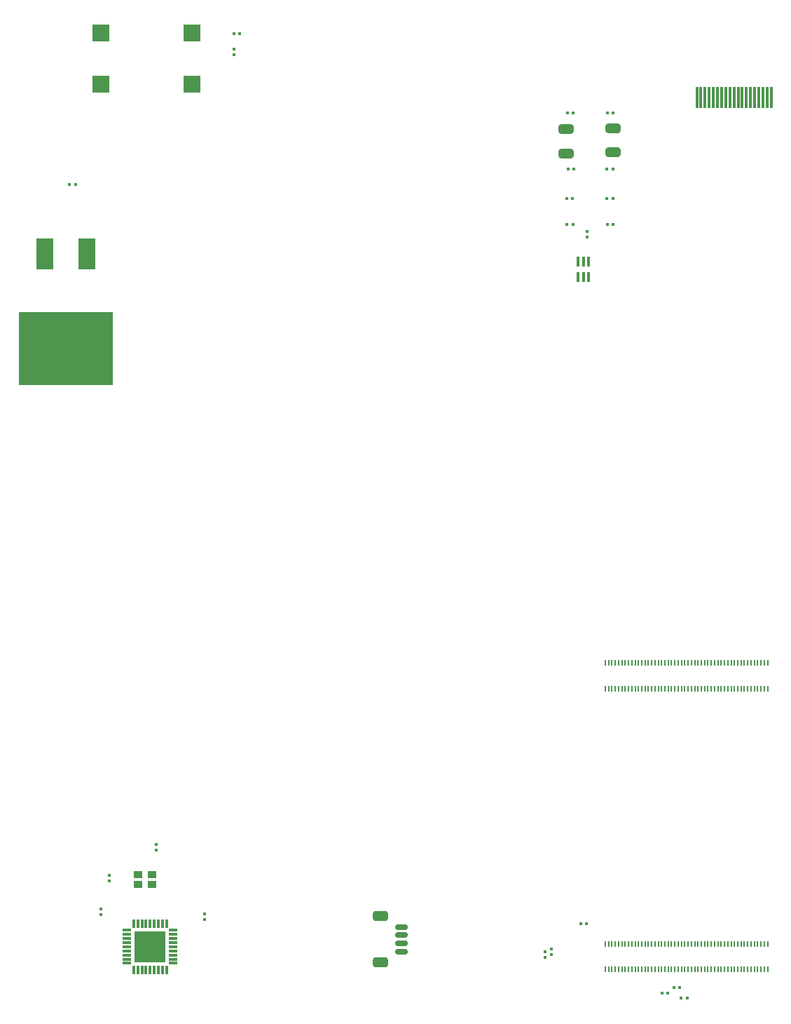
<source format=gbr>
%TF.GenerationSoftware,KiCad,Pcbnew,8.0.8*%
%TF.CreationDate,2025-11-24T21:21:31+01:00*%
%TF.ProjectId,RetroConsoleMk3.1,52657472-6f43-46f6-9e73-6f6c654d6b33,rev?*%
%TF.SameCoordinates,PX237a085PY9f06730*%
%TF.FileFunction,Paste,Top*%
%TF.FilePolarity,Positive*%
%FSLAX46Y46*%
G04 Gerber Fmt 4.6, Leading zero omitted, Abs format (unit mm)*
G04 Created by KiCad (PCBNEW 8.0.8) date 2025-11-24 21:21:31*
%MOMM*%
%LPD*%
G01*
G04 APERTURE LIST*
G04 Aperture macros list*
%AMRoundRect*
0 Rectangle with rounded corners*
0 $1 Rounding radius*
0 $2 $3 $4 $5 $6 $7 $8 $9 X,Y pos of 4 corners*
0 Add a 4 corners polygon primitive as box body*
4,1,4,$2,$3,$4,$5,$6,$7,$8,$9,$2,$3,0*
0 Add four circle primitives for the rounded corners*
1,1,$1+$1,$2,$3*
1,1,$1+$1,$4,$5*
1,1,$1+$1,$6,$7*
1,1,$1+$1,$8,$9*
0 Add four rect primitives between the rounded corners*
20,1,$1+$1,$2,$3,$4,$5,0*
20,1,$1+$1,$4,$5,$6,$7,0*
20,1,$1+$1,$6,$7,$8,$9,0*
20,1,$1+$1,$8,$9,$2,$3,0*%
G04 Aperture macros list end*
%ADD10RoundRect,0.079500X-0.100500X0.079500X-0.100500X-0.079500X0.100500X-0.079500X0.100500X0.079500X0*%
%ADD11RoundRect,0.079500X0.100500X-0.079500X0.100500X0.079500X-0.100500X0.079500X-0.100500X-0.079500X0*%
%ADD12RoundRect,0.250000X-0.650000X0.325000X-0.650000X-0.325000X0.650000X-0.325000X0.650000X0.325000X0*%
%ADD13R,2.000000X2.000000*%
%ADD14RoundRect,0.079500X0.079500X0.100500X-0.079500X0.100500X-0.079500X-0.100500X0.079500X-0.100500X0*%
%ADD15RoundRect,0.079500X-0.079500X-0.100500X0.079500X-0.100500X0.079500X0.100500X-0.079500X0.100500X0*%
%ADD16R,1.000000X0.900000*%
%ADD17R,0.400000X1.200000*%
%ADD18R,0.200000X0.700000*%
%ADD19R,0.300000X2.600000*%
%ADD20R,2.080000X3.810000*%
%ADD21R,11.430000X8.890000*%
%ADD22RoundRect,0.150000X0.625000X-0.150000X0.625000X0.150000X-0.625000X0.150000X-0.625000X-0.150000X0*%
%ADD23RoundRect,0.250000X0.650000X-0.350000X0.650000X0.350000X-0.650000X0.350000X-0.650000X-0.350000X0*%
%ADD24R,1.100000X0.300000*%
%ADD25R,0.300000X1.100000*%
%ADD26R,3.800000X3.800000*%
G04 APERTURE END LIST*
D10*
%TO.C,R13*%
X73449995Y19145000D03*
X73449995Y18455000D03*
%TD*%
D11*
%TO.C,C3*%
X78549995Y105405000D03*
X78549995Y106095000D03*
%TD*%
D12*
%TO.C,C7*%
X81699995Y118575000D03*
X81699995Y115625000D03*
%TD*%
D13*
%TO.C,J8*%
X19799995Y130100000D03*
X19799995Y123900000D03*
X30799995Y130100000D03*
X30799995Y123900000D03*
%TD*%
D14*
%TO.C,R7*%
X81674995Y106945000D03*
X80984995Y106945000D03*
%TD*%
D15*
%TO.C,R12*%
X87609995Y14150000D03*
X88299995Y14150000D03*
%TD*%
D16*
%TO.C,Y1*%
X25949995Y28476000D03*
X24299995Y28476000D03*
X24299995Y27250000D03*
X25949995Y27250000D03*
%TD*%
D10*
%TO.C,R1*%
X35849995Y128145000D03*
X35849995Y127455000D03*
%TD*%
D15*
%TO.C,R5*%
X76249995Y113600000D03*
X76939995Y113600000D03*
%TD*%
D17*
%TO.C,IC2*%
X77449995Y100600000D03*
X78099995Y100600000D03*
X78749995Y100600000D03*
X78749995Y102500000D03*
X78099995Y102500000D03*
X77449995Y102500000D03*
%TD*%
D15*
%TO.C,R6*%
X76184995Y120400000D03*
X76874995Y120400000D03*
%TD*%
D18*
%TO.C,Module1*%
X80749995Y17000000D03*
X80749995Y20080000D03*
X81149995Y17000000D03*
X81149995Y20080000D03*
X81549995Y17000000D03*
X81549995Y20080000D03*
X81949995Y17000000D03*
X81949995Y20080000D03*
X82349995Y17000000D03*
X82349995Y20080000D03*
X82749995Y17000000D03*
X82749995Y20080000D03*
X83149995Y17000000D03*
X83149995Y20080000D03*
X83549995Y17000000D03*
X83549995Y20080000D03*
X83949995Y17000000D03*
X83949995Y20080000D03*
X84349995Y17000000D03*
X84349995Y20080000D03*
X84749995Y17000000D03*
X84749995Y20080000D03*
X85149995Y17000000D03*
X85149995Y20080000D03*
X85549995Y17000000D03*
X85549995Y20080000D03*
X85949995Y17000000D03*
X85949995Y20080000D03*
X86349995Y17000000D03*
X86349995Y20080000D03*
X86749995Y17000000D03*
X86749995Y20080000D03*
X87149995Y17000000D03*
X87149995Y20080000D03*
X87549995Y17000000D03*
X87549995Y20080000D03*
X87949995Y17000000D03*
X87949995Y20080000D03*
X88349995Y17000000D03*
X88349995Y20080000D03*
X88749995Y17000000D03*
X88749995Y20080000D03*
X89149995Y17000000D03*
X89149995Y20080000D03*
X89549995Y17000000D03*
X89549995Y20080000D03*
X89949995Y17000000D03*
X89949995Y20080000D03*
X90349995Y17000000D03*
X90349995Y20080000D03*
X90749995Y17000000D03*
X90749995Y20080000D03*
X91149995Y17000000D03*
X91149995Y20080000D03*
X91549995Y17000000D03*
X91549995Y20080000D03*
X91949995Y17000000D03*
X91949995Y20080000D03*
X92349995Y17000000D03*
X92349995Y20080000D03*
X92749995Y17000000D03*
X92749995Y20080000D03*
X93149995Y17000000D03*
X93149995Y20080000D03*
X93549995Y17000000D03*
X93549995Y20080000D03*
X93949995Y17000000D03*
X93949995Y20080000D03*
X94349995Y17000000D03*
X94349995Y20080000D03*
X94749995Y17000000D03*
X94749995Y20080000D03*
X95149995Y17000000D03*
X95149995Y20080000D03*
X95549995Y17000000D03*
X95549995Y20080000D03*
X95949995Y17000000D03*
X95949995Y20080000D03*
X96349995Y17000000D03*
X96349995Y20080000D03*
X96749995Y17000000D03*
X96749995Y20080000D03*
X97149995Y17000000D03*
X97149995Y20080000D03*
X97549995Y17000000D03*
X97549995Y20080000D03*
X97949995Y17000000D03*
X97949995Y20080000D03*
X98349995Y17000000D03*
X98349995Y20080000D03*
X98749995Y17000000D03*
X98749995Y20080000D03*
X99149995Y17000000D03*
X99149995Y20080000D03*
X99549995Y17000000D03*
X99549995Y20080000D03*
X99949995Y17000000D03*
X99949995Y20080000D03*
X100349995Y17000000D03*
X100349995Y20080000D03*
X80749995Y50920000D03*
X80749995Y54000000D03*
X81149995Y50920000D03*
X81149995Y54000000D03*
X81549995Y50920000D03*
X81549995Y54000000D03*
X81949995Y50920000D03*
X81949995Y54000000D03*
X82349995Y50920000D03*
X82349995Y54000000D03*
X82749995Y50920000D03*
X82749995Y54000000D03*
X83149995Y50920000D03*
X83149995Y54000000D03*
X83549995Y50920000D03*
X83549995Y54000000D03*
X83949995Y50920000D03*
X83949995Y54000000D03*
X84349995Y50920000D03*
X84349995Y54000000D03*
X84749995Y50920000D03*
X84749995Y54000000D03*
X85149995Y50920000D03*
X85149995Y54000000D03*
X85549995Y50920000D03*
X85549995Y54000000D03*
X85949995Y50920000D03*
X85949995Y54000000D03*
X86349995Y50920000D03*
X86349995Y54000000D03*
X86749995Y50920000D03*
X86749995Y54000000D03*
X87149995Y50920000D03*
X87149995Y54000000D03*
X87549995Y50920000D03*
X87549995Y54000000D03*
X87949995Y50920000D03*
X87949995Y54000000D03*
X88349995Y50920000D03*
X88349995Y54000000D03*
X88749995Y50920000D03*
X88749995Y54000000D03*
X89149995Y50920000D03*
X89149995Y54000000D03*
X89549995Y50920000D03*
X89549995Y54000000D03*
X89949995Y50920000D03*
X89949995Y54000000D03*
X90349995Y50920000D03*
X90349995Y54000000D03*
X90749995Y50920000D03*
X90749995Y54000000D03*
X91149995Y50920000D03*
X91149995Y54000000D03*
X91549995Y50920000D03*
X91549995Y54000000D03*
X91949995Y50920000D03*
X91949995Y54000000D03*
X92349995Y50920000D03*
X92349995Y54000000D03*
X92749995Y50920000D03*
X92749995Y54000000D03*
X93149995Y50920000D03*
X93149995Y54000000D03*
X93549995Y50920000D03*
X93549995Y54000000D03*
X93949995Y50920000D03*
X93949995Y54000000D03*
X94349995Y50920000D03*
X94349995Y54000000D03*
X94749995Y50920000D03*
X94749995Y54000000D03*
X95149995Y50920000D03*
X95149995Y54000000D03*
X95549995Y50920000D03*
X95549995Y54000000D03*
X95949995Y50920000D03*
X95949995Y54000000D03*
X96349995Y50920000D03*
X96349995Y54000000D03*
X96749995Y50920000D03*
X96749995Y54000000D03*
X97149995Y50920000D03*
X97149995Y54000000D03*
X97549995Y50920000D03*
X97549995Y54000000D03*
X97949995Y50920000D03*
X97949995Y54000000D03*
X98349995Y50920000D03*
X98349995Y54000000D03*
X98749995Y50920000D03*
X98749995Y54000000D03*
X99149995Y50920000D03*
X99149995Y54000000D03*
X99549995Y50920000D03*
X99549995Y54000000D03*
X99949995Y50920000D03*
X99949995Y54000000D03*
X100349995Y50920000D03*
X100349995Y54000000D03*
%TD*%
D15*
%TO.C,D1*%
X35834995Y129950000D03*
X36524995Y129950000D03*
%TD*%
D14*
%TO.C,C6*%
X81639995Y110100000D03*
X80949995Y110100000D03*
%TD*%
%TO.C,R8*%
X81639995Y113600000D03*
X80949995Y113600000D03*
%TD*%
D15*
%TO.C,R15*%
X89934995Y13550000D03*
X90624995Y13550000D03*
%TD*%
D14*
%TO.C,R9*%
X81694995Y120400000D03*
X81004995Y120400000D03*
%TD*%
D15*
%TO.C,R11*%
X89054995Y14800000D03*
X89744995Y14800000D03*
%TD*%
D14*
%TO.C,R10*%
X16699995Y111750000D03*
X16009995Y111750000D03*
%TD*%
D10*
%TO.C,C1*%
X26449995Y32140000D03*
X26449995Y31450000D03*
%TD*%
D15*
%TO.C,C4*%
X76059995Y110100000D03*
X76749995Y110100000D03*
%TD*%
D19*
%TO.C,J4*%
X91799995Y122280000D03*
X92299995Y122280000D03*
X92799995Y122280000D03*
X93299995Y122280000D03*
X93799995Y122280000D03*
X94299995Y122280000D03*
X94799995Y122280000D03*
X95299995Y122280000D03*
X95799995Y122280000D03*
X96299995Y122280000D03*
X96799995Y122280000D03*
X97299995Y122280000D03*
X97799995Y122280000D03*
X98299995Y122280000D03*
X98799995Y122280000D03*
X99299995Y122280000D03*
X99799995Y122280000D03*
X100299995Y122280000D03*
X100799995Y122280000D03*
%TD*%
D20*
%TO.C,Q1*%
X18129995Y103400000D03*
D21*
X15589995Y91970000D03*
D20*
X13049995Y103400000D03*
%TD*%
D10*
%TO.C,R14*%
X74249995Y19495000D03*
X74249995Y18805000D03*
%TD*%
D15*
%TO.C,R4*%
X76124995Y106945000D03*
X76814995Y106945000D03*
%TD*%
D22*
%TO.C,J1*%
X56074995Y19150000D03*
X56074995Y20150000D03*
X56074995Y21150000D03*
X56074995Y22150000D03*
D23*
X53549995Y17850000D03*
X53549995Y23450000D03*
%TD*%
D14*
%TO.C,R16*%
X78444995Y22500000D03*
X77754995Y22500000D03*
%TD*%
D11*
%TO.C,R2*%
X32299995Y23000000D03*
X32299995Y23690000D03*
%TD*%
D12*
%TO.C,C5*%
X76049995Y118475000D03*
X76049995Y115525000D03*
%TD*%
D11*
%TO.C,C2*%
X20799995Y27725000D03*
X20799995Y28415000D03*
%TD*%
%TO.C,R3*%
X19799995Y23655000D03*
X19799995Y24345000D03*
%TD*%
D24*
%TO.C,IC1*%
X22949995Y21750000D03*
X22949995Y21250000D03*
X22949995Y20750000D03*
X22949995Y20250000D03*
X22949995Y19750000D03*
X22949995Y19250000D03*
X22949995Y18750000D03*
X22949995Y18250000D03*
X22949995Y17750000D03*
D25*
X23749995Y16950000D03*
X24249995Y16950000D03*
X24749995Y16950000D03*
X25249995Y16950000D03*
X25749995Y16950000D03*
X26249995Y16950000D03*
X26749995Y16950000D03*
X27249995Y16950000D03*
X27749995Y16950000D03*
D24*
X28549995Y17750000D03*
X28549995Y18250000D03*
X28549995Y18750000D03*
X28549995Y19250000D03*
X28549995Y19750000D03*
X28549995Y20250000D03*
X28549995Y20750000D03*
X28549995Y21250000D03*
X28549995Y21750000D03*
D25*
X27749995Y22550000D03*
X27249995Y22550000D03*
X26749995Y22550000D03*
X26249995Y22550000D03*
X25749995Y22550000D03*
X25249995Y22550000D03*
X24749995Y22550000D03*
X24249995Y22550000D03*
X23749995Y22550000D03*
D26*
X25749995Y19750000D03*
%TD*%
M02*

</source>
